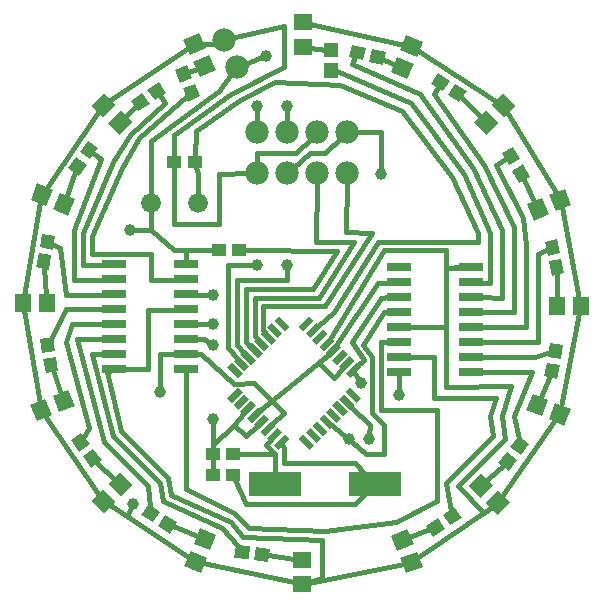
<source format=gtl>
G04 MADE WITH FRITZING*
G04 WWW.FRITZING.ORG*
G04 DOUBLE SIDED*
G04 HOLES PLATED*
G04 CONTOUR ON CENTER OF CONTOUR VECTOR*
%ASAXBY*%
%FSLAX23Y23*%
%MOIN*%
%OFA0B0*%
%SFA1.0B1.0*%
%ADD10C,0.039370*%
%ADD11C,0.078000*%
%ADD12C,0.066000*%
%ADD13R,0.047244X0.043307*%
%ADD14R,0.177165X0.078740*%
%ADD15R,0.055118X0.059055*%
%ADD16R,0.059055X0.055118*%
%ADD17R,0.080000X0.026000*%
%ADD18C,0.016000*%
%LNCOPPER1*%
G90*
G70*
G54D10*
X729Y641D03*
X464Y355D03*
X906Y1851D03*
X975Y1684D03*
X877Y1684D03*
X975Y1152D03*
X877Y1152D03*
X454Y1271D03*
X552Y729D03*
X1349Y719D03*
X1251Y572D03*
X1182Y572D03*
X729Y1054D03*
X729Y956D03*
X1224Y759D03*
X729Y887D03*
X1290Y1458D03*
G54D11*
X877Y1595D03*
X977Y1595D03*
X1077Y1595D03*
X1177Y1595D03*
X877Y1459D03*
X977Y1459D03*
X1077Y1459D03*
X1177Y1459D03*
X808Y1812D03*
X767Y1903D03*
G54D12*
X523Y1359D03*
X680Y1359D03*
X523Y1359D03*
X680Y1359D03*
G54D13*
X749Y1202D03*
X816Y1202D03*
G54D14*
X936Y424D03*
X1271Y424D03*
G54D15*
X1956Y1016D03*
X1875Y1016D03*
G54D13*
X729Y523D03*
X796Y523D03*
X729Y454D03*
X796Y454D03*
G54D16*
X1025Y89D03*
X1025Y170D03*
G54D17*
X399Y1155D03*
X399Y1105D03*
X399Y1055D03*
X399Y1005D03*
X399Y955D03*
X399Y905D03*
X399Y855D03*
X399Y805D03*
X641Y805D03*
X641Y855D03*
X641Y905D03*
X641Y955D03*
X641Y1005D03*
X641Y1055D03*
X641Y1105D03*
X641Y1155D03*
X1591Y796D03*
X1591Y846D03*
X1591Y896D03*
X1591Y946D03*
X1591Y996D03*
X1591Y1046D03*
X1591Y1096D03*
X1591Y1146D03*
X1349Y1146D03*
X1349Y1096D03*
X1349Y1046D03*
X1349Y996D03*
X1349Y946D03*
X1349Y896D03*
X1349Y846D03*
X1349Y796D03*
G54D15*
X95Y1026D03*
X176Y1026D03*
G54D16*
X1028Y1962D03*
X1028Y1881D03*
G54D13*
X601Y1497D03*
X668Y1497D03*
G54D18*
X641Y406D02*
X641Y797D01*
D02*
X444Y316D02*
X457Y343D01*
D02*
X386Y352D02*
X444Y316D01*
D02*
X729Y539D02*
X729Y627D01*
D02*
X966Y660D02*
X927Y622D01*
D02*
X926Y700D02*
X966Y660D01*
D02*
X729Y552D02*
X798Y621D01*
D02*
X729Y539D02*
X729Y552D01*
D02*
X798Y621D02*
X834Y660D01*
D02*
X1300Y523D02*
X1300Y621D01*
D02*
X1241Y523D02*
X1300Y523D01*
D02*
X1300Y621D02*
X1260Y660D01*
D02*
X1260Y660D02*
X1260Y848D01*
D02*
X1260Y848D02*
X1231Y886D01*
D02*
X1231Y886D02*
X1300Y995D01*
D02*
X1300Y995D02*
X1315Y995D01*
D02*
X1192Y563D02*
X1241Y523D01*
D02*
X1290Y1595D02*
X1290Y1471D01*
D02*
X1201Y1595D02*
X1290Y1595D01*
D02*
X976Y1671D02*
X976Y1620D01*
D02*
X877Y1670D02*
X877Y1620D01*
D02*
X831Y1821D02*
X894Y1846D01*
D02*
X779Y878D02*
X779Y1152D01*
D02*
X812Y839D02*
X779Y878D01*
D02*
X779Y1152D02*
X863Y1152D01*
D02*
X606Y856D02*
X552Y857D01*
D02*
X552Y857D02*
X552Y743D01*
D02*
X523Y1270D02*
X467Y1270D01*
D02*
X975Y1103D02*
X975Y1139D01*
D02*
X809Y1103D02*
X975Y1103D01*
D02*
X834Y861D02*
X809Y887D01*
D02*
X809Y887D02*
X809Y1103D01*
D02*
X716Y1054D02*
X675Y1054D01*
D02*
X1349Y788D02*
X1349Y733D01*
D02*
X1291Y897D02*
X1315Y897D01*
D02*
X1291Y670D02*
X1291Y897D01*
D02*
X1477Y670D02*
X1291Y670D01*
D02*
X1477Y366D02*
X1477Y670D01*
D02*
X1340Y295D02*
X1477Y366D01*
D02*
X1103Y266D02*
X1340Y295D01*
D02*
X848Y276D02*
X1103Y266D01*
D02*
X799Y325D02*
X848Y276D01*
D02*
X641Y406D02*
X799Y325D01*
D02*
X1108Y630D02*
X1113Y631D01*
D02*
X1113Y631D02*
X1172Y580D01*
D02*
X675Y955D02*
X716Y955D01*
D02*
X1252Y621D02*
X1251Y585D01*
D02*
X1188Y683D02*
X1191Y680D01*
D02*
X1191Y680D02*
X1252Y621D01*
D02*
X1200Y798D02*
X1217Y770D01*
D02*
X699Y907D02*
X675Y906D01*
D02*
X718Y894D02*
X699Y907D01*
D02*
X1192Y896D02*
X1232Y838D01*
D02*
X1232Y838D02*
X1211Y816D01*
D02*
X1315Y1045D02*
X1290Y1044D01*
D02*
X1290Y1044D02*
X1192Y896D01*
D02*
X926Y700D02*
X884Y665D01*
D02*
X798Y758D02*
X867Y759D01*
D02*
X690Y857D02*
X798Y758D01*
D02*
X675Y856D02*
X690Y857D01*
D02*
X867Y759D02*
X926Y700D01*
D02*
X838Y582D02*
X798Y621D01*
D02*
X877Y617D02*
X838Y582D01*
D02*
X798Y621D02*
X834Y660D01*
D02*
X1083Y828D02*
X1116Y856D01*
D02*
X1133Y778D02*
X1083Y828D01*
D02*
X1115Y857D02*
X985Y749D01*
D02*
X985Y749D02*
X884Y665D01*
D02*
X1162Y810D02*
X1133Y778D01*
D02*
X936Y523D02*
X814Y523D01*
D02*
X936Y458D02*
X936Y523D01*
D02*
X838Y355D02*
X803Y438D01*
D02*
X1202Y355D02*
X838Y355D01*
D02*
X1237Y390D02*
X1202Y355D01*
D02*
X1202Y493D02*
X966Y493D01*
D02*
X966Y493D02*
X965Y543D01*
D02*
X965Y543D02*
X960Y557D01*
D02*
X907Y552D02*
X923Y571D01*
D02*
X937Y522D02*
X907Y552D01*
D02*
X1237Y458D02*
X1202Y493D01*
D02*
X936Y458D02*
X937Y522D01*
D02*
X1614Y1261D02*
X1614Y1231D01*
D02*
X1133Y996D02*
X1078Y949D01*
D02*
X1281Y1231D02*
X1133Y996D01*
D02*
X1614Y1231D02*
X1281Y1231D01*
D02*
X1526Y1448D02*
X1614Y1261D01*
D02*
X1507Y1202D02*
X1300Y1202D01*
D02*
X1300Y1202D02*
X1119Y908D01*
D02*
X1507Y1142D02*
X1507Y1202D01*
D02*
X1005Y1527D02*
X877Y1527D01*
D02*
X877Y1527D02*
X877Y1483D01*
D02*
X1059Y1578D02*
X1005Y1527D01*
D02*
X818Y1703D02*
X937Y1763D01*
D02*
X1359Y1665D02*
X1526Y1448D01*
D02*
X937Y1763D02*
X1152Y1753D01*
D02*
X748Y1458D02*
X852Y1459D01*
D02*
X601Y1290D02*
X750Y1290D01*
D02*
X750Y1290D02*
X748Y1458D01*
D02*
X601Y1481D02*
X601Y1290D01*
D02*
X1152Y1753D02*
X1359Y1665D01*
D02*
X672Y1599D02*
X818Y1703D01*
D02*
X669Y1513D02*
X672Y1599D01*
D02*
X868Y1044D02*
X1083Y1044D01*
D02*
X1083Y1044D02*
X1201Y1230D01*
D02*
X1201Y1230D02*
X1073Y1230D01*
D02*
X1073Y1230D02*
X1076Y1434D01*
D02*
X896Y936D02*
X896Y1015D01*
D02*
X868Y916D02*
X868Y1044D01*
D02*
X896Y1015D02*
X1103Y1015D01*
D02*
X1103Y1015D02*
X1261Y1261D01*
D02*
X1261Y1261D02*
X1172Y1262D01*
D02*
X902Y929D02*
X896Y936D01*
D02*
X1172Y1262D02*
X1176Y1434D01*
D02*
X1315Y1094D02*
X1281Y1093D01*
D02*
X1281Y1093D02*
X1141Y886D01*
D02*
X878Y906D02*
X868Y916D01*
D02*
X1053Y1527D02*
X1103Y1527D01*
D02*
X1103Y1527D02*
X1159Y1579D01*
D02*
X995Y1475D02*
X1053Y1527D01*
D02*
X838Y1074D02*
X1064Y1074D01*
D02*
X1064Y1074D02*
X1142Y1201D01*
D02*
X1142Y1201D02*
X837Y1202D01*
D02*
X838Y897D02*
X838Y1074D01*
D02*
X855Y882D02*
X838Y897D01*
D02*
X837Y1202D02*
X834Y1202D01*
D02*
X642Y1202D02*
X731Y1202D01*
D02*
X640Y1202D02*
X642Y1202D01*
D02*
X1664Y583D02*
X1654Y650D01*
D02*
X1654Y650D02*
X1674Y710D01*
D02*
X1674Y710D02*
X1466Y710D01*
D02*
X1466Y710D02*
X1466Y848D01*
D02*
X1506Y425D02*
X1664Y583D01*
D02*
X1466Y848D02*
X1384Y846D01*
D02*
X1389Y1693D02*
X1566Y1458D01*
D02*
X1566Y1458D02*
X1654Y1261D01*
D02*
X1654Y1261D02*
X1654Y1093D01*
D02*
X1654Y1093D02*
X1626Y1094D01*
D02*
X1694Y1043D02*
X1626Y1045D01*
D02*
X1694Y1271D02*
X1694Y1043D01*
D02*
X1596Y1478D02*
X1694Y1271D01*
D02*
X1419Y1724D02*
X1596Y1478D01*
D02*
X1734Y995D02*
X1626Y996D01*
D02*
X1734Y1281D02*
X1734Y995D01*
D02*
X1634Y1488D02*
X1734Y1281D01*
D02*
X1772Y1221D02*
X1772Y945D01*
D02*
X1734Y650D02*
X1792Y798D01*
D02*
X1792Y798D02*
X1626Y796D01*
D02*
X1802Y848D02*
X1854Y862D01*
D02*
X1772Y945D02*
X1626Y946D01*
D02*
X1812Y895D02*
X1626Y896D01*
D02*
X1144Y1801D02*
X1389Y1693D01*
D02*
X1139Y1801D02*
X1144Y1801D01*
D02*
X1192Y1822D02*
X1419Y1724D01*
D02*
X1204Y1846D02*
X1192Y1822D01*
D02*
X1466Y1724D02*
X1634Y1488D01*
D02*
X1480Y1748D02*
X1466Y1724D01*
D02*
X1762Y1311D02*
X1772Y1221D01*
D02*
X1674Y1488D02*
X1762Y1311D01*
D02*
X1709Y1509D02*
X1674Y1488D01*
D02*
X1812Y1191D02*
X1812Y895D01*
D02*
X1846Y1205D02*
X1812Y1191D01*
D02*
X1626Y846D02*
X1802Y848D01*
D02*
X1749Y573D02*
X1734Y650D01*
D02*
X1523Y333D02*
X1506Y425D01*
D02*
X729Y470D02*
X729Y506D01*
D02*
X1094Y237D02*
X828Y247D01*
D02*
X828Y247D02*
X788Y295D01*
D02*
X1094Y110D02*
X1094Y237D01*
D02*
X591Y385D02*
X581Y443D01*
D02*
X788Y295D02*
X591Y385D01*
D02*
X581Y443D02*
X423Y600D01*
D02*
X376Y798D02*
X399Y805D01*
D02*
X423Y600D02*
X376Y798D01*
D02*
X1049Y97D02*
X1094Y110D01*
D02*
X1507Y1142D02*
X1557Y1144D01*
D02*
X1506Y748D02*
X1507Y1142D01*
D02*
X1704Y573D02*
X1694Y650D01*
D02*
X1694Y650D02*
X1724Y749D01*
D02*
X1724Y749D02*
X1506Y748D01*
D02*
X1546Y415D02*
X1704Y573D01*
D02*
X1634Y325D02*
X1546Y415D01*
D02*
X1661Y347D02*
X1634Y325D01*
D02*
X1506Y945D02*
X1506Y1143D01*
D02*
X1384Y946D02*
X1506Y945D01*
D02*
X1506Y1143D02*
X1557Y1145D01*
D02*
X513Y1002D02*
X513Y806D01*
D02*
X606Y1004D02*
X513Y1002D01*
D02*
X513Y806D02*
X433Y805D01*
D02*
X746Y1890D02*
X748Y1891D01*
D02*
X748Y1891D02*
X693Y1890D01*
D02*
X523Y1103D02*
X523Y1191D01*
D02*
X326Y1191D02*
X326Y1251D01*
D02*
X523Y1191D02*
X326Y1191D01*
D02*
X483Y1576D02*
X644Y1717D01*
D02*
X425Y1478D02*
X483Y1576D01*
D02*
X326Y1251D02*
X425Y1478D01*
D02*
X606Y1104D02*
X523Y1103D01*
D02*
X758Y277D02*
X812Y215D01*
D02*
X563Y365D02*
X758Y277D01*
D02*
X553Y425D02*
X563Y365D01*
D02*
X396Y583D02*
X553Y425D01*
D02*
X513Y415D02*
X366Y563D01*
D02*
X366Y563D02*
X275Y905D01*
D02*
X238Y895D02*
X258Y955D01*
D02*
X296Y1261D02*
X295Y1153D01*
D02*
X326Y858D02*
X396Y583D01*
D02*
X275Y905D02*
X364Y905D01*
D02*
X258Y955D02*
X364Y955D01*
D02*
X295Y1153D02*
X364Y1154D01*
D02*
X265Y1103D02*
X364Y1104D01*
D02*
X238Y1005D02*
X364Y1005D01*
D02*
X238Y1053D02*
X364Y1054D01*
D02*
X364Y856D02*
X326Y858D01*
D02*
X520Y346D02*
X513Y415D01*
D02*
X315Y610D02*
X238Y895D01*
D02*
X296Y578D02*
X315Y610D01*
D02*
X188Y907D02*
X238Y1005D01*
D02*
X218Y1211D02*
X238Y1053D01*
D02*
X193Y1223D02*
X218Y1211D01*
D02*
X266Y1270D02*
X265Y1103D01*
D02*
X356Y1506D02*
X266Y1270D01*
D02*
X329Y1526D02*
X356Y1506D01*
D02*
X396Y1496D02*
X296Y1261D01*
D02*
X453Y1586D02*
X396Y1496D01*
D02*
X571Y1693D02*
X453Y1586D01*
D02*
X552Y1720D02*
X571Y1693D01*
D02*
X523Y1270D02*
X523Y1338D01*
D02*
X601Y1202D02*
X523Y1270D01*
D02*
X640Y1202D02*
X601Y1202D01*
D02*
X641Y1162D02*
X640Y1202D01*
D02*
X750Y1733D02*
X793Y1792D01*
D02*
X522Y1566D02*
X750Y1733D01*
D02*
X523Y1380D02*
X522Y1566D01*
D02*
X681Y1458D02*
X673Y1481D01*
D02*
X680Y1380D02*
X681Y1458D01*
D02*
X601Y1585D02*
X601Y1513D01*
D02*
X788Y1723D02*
X601Y1585D01*
D02*
X966Y1812D02*
X788Y1723D01*
D02*
X966Y1950D02*
X966Y1812D01*
D02*
X790Y1909D02*
X966Y1950D01*
D02*
X1001Y95D02*
X696Y159D01*
D02*
X1001Y173D02*
X912Y185D01*
D02*
X703Y239D02*
X596Y282D01*
D02*
X703Y239D02*
X703Y239D01*
D02*
X404Y438D02*
X340Y496D01*
D02*
X224Y723D02*
X195Y803D01*
D02*
X174Y1050D02*
X167Y1147D01*
D02*
X99Y1002D02*
X153Y694D01*
D02*
X171Y649D02*
X351Y385D01*
D02*
X386Y352D02*
X652Y177D01*
D02*
X1660Y348D02*
X1411Y175D01*
D02*
X1623Y419D02*
X1623Y419D01*
D02*
X1699Y486D02*
X1623Y419D01*
D02*
X1383Y245D02*
X1454Y272D01*
D02*
X437Y1646D02*
X474Y1683D01*
D02*
X678Y1808D02*
X647Y1796D01*
D02*
X647Y1876D02*
X384Y1699D01*
D02*
X350Y1666D02*
X172Y1407D01*
D02*
X154Y1363D02*
X99Y1050D01*
D02*
X271Y1464D02*
X241Y1378D01*
D02*
X1852Y784D02*
X1820Y708D01*
D02*
X1367Y157D02*
X1049Y94D01*
D02*
X1951Y992D02*
X1890Y680D01*
D02*
X1875Y1128D02*
X1875Y1040D01*
D02*
X1694Y382D02*
X1871Y635D01*
D02*
X1052Y1957D02*
X1367Y1888D01*
D02*
X1052Y1878D02*
X1107Y1871D01*
D02*
X1338Y1819D02*
X1294Y1839D01*
D02*
X1411Y1870D02*
X1677Y1698D01*
D02*
X1711Y1664D02*
X1875Y1390D01*
D02*
X1623Y1646D02*
X1556Y1713D01*
D02*
X1803Y1360D02*
X1764Y1442D01*
D02*
X1892Y1345D02*
X1951Y1040D01*
G36*
X1848Y639D02*
X1871Y693D01*
X1922Y672D01*
X1899Y618D01*
X1848Y639D01*
G37*
D02*
G36*
X1774Y670D02*
X1796Y724D01*
X1847Y703D01*
X1825Y649D01*
X1774Y670D01*
G37*
D02*
G36*
X1640Y360D02*
X1681Y402D01*
X1720Y363D01*
X1679Y321D01*
X1640Y360D01*
G37*
D02*
G36*
X1583Y417D02*
X1624Y459D01*
X1663Y420D01*
X1622Y378D01*
X1583Y417D01*
G37*
D02*
G36*
X1353Y176D02*
X1408Y198D01*
X1429Y147D01*
X1374Y125D01*
X1353Y176D01*
G37*
D02*
G36*
X1322Y250D02*
X1377Y273D01*
X1398Y222D01*
X1343Y199D01*
X1322Y250D01*
G37*
D02*
G36*
X1519Y285D02*
X1495Y321D01*
X1534Y347D01*
X1558Y311D01*
X1519Y285D01*
G37*
D02*
G36*
X1464Y247D02*
X1439Y283D01*
X1478Y310D01*
X1503Y274D01*
X1464Y247D01*
G37*
D02*
G36*
X1756Y520D02*
X1721Y546D01*
X1750Y584D01*
X1784Y558D01*
X1756Y520D01*
G37*
D02*
G36*
X1716Y467D02*
X1681Y493D01*
X1710Y530D01*
X1744Y504D01*
X1716Y467D01*
G37*
D02*
G36*
X1888Y840D02*
X1846Y848D01*
X1854Y894D01*
X1896Y887D01*
X1888Y840D01*
G37*
D02*
G36*
X1877Y774D02*
X1834Y782D01*
X1842Y828D01*
X1885Y821D01*
X1877Y774D01*
G37*
D02*
G36*
X1887Y1193D02*
X1845Y1184D01*
X1835Y1230D01*
X1877Y1239D01*
X1887Y1193D01*
G37*
D02*
G36*
X1901Y1127D02*
X1859Y1118D01*
X1849Y1165D01*
X1891Y1174D01*
X1901Y1127D01*
G37*
D02*
G36*
X1754Y1506D02*
X1716Y1485D01*
X1693Y1527D01*
X1731Y1548D01*
X1754Y1506D01*
G37*
D02*
G36*
X1786Y1448D02*
X1748Y1427D01*
X1725Y1468D01*
X1763Y1489D01*
X1786Y1448D01*
G37*
D02*
G36*
X1519Y1768D02*
X1495Y1732D01*
X1456Y1757D01*
X1479Y1794D01*
X1519Y1768D01*
G37*
D02*
G36*
X1575Y1732D02*
X1551Y1695D01*
X1512Y1721D01*
X1535Y1757D01*
X1575Y1732D01*
G37*
D02*
G36*
X1873Y1332D02*
X1851Y1386D01*
X1902Y1407D01*
X1924Y1353D01*
X1873Y1332D01*
G37*
D02*
G36*
X1799Y1301D02*
X1776Y1355D01*
X1827Y1376D01*
X1850Y1322D01*
X1799Y1301D01*
G37*
D02*
G36*
X1699Y1645D02*
X1658Y1687D01*
X1697Y1726D01*
X1738Y1683D01*
X1699Y1645D01*
G37*
D02*
G36*
X1641Y1588D02*
X1600Y1630D01*
X1639Y1669D01*
X1681Y1627D01*
X1641Y1588D01*
G37*
D02*
G36*
X1408Y1847D02*
X1353Y1869D01*
X1374Y1920D01*
X1429Y1897D01*
X1408Y1847D01*
G37*
D02*
G36*
X1377Y1772D02*
X1322Y1795D01*
X1343Y1845D01*
X1398Y1823D01*
X1377Y1772D01*
G37*
D02*
G36*
X812Y745D02*
X828Y729D01*
X792Y694D01*
X777Y709D01*
X812Y745D01*
G37*
D02*
G36*
X834Y722D02*
X850Y707D01*
X815Y671D01*
X799Y687D01*
X834Y722D01*
G37*
D02*
G36*
X857Y700D02*
X872Y685D01*
X837Y649D01*
X821Y665D01*
X857Y700D01*
G37*
D02*
G36*
X879Y678D02*
X895Y662D01*
X859Y627D01*
X844Y642D01*
X879Y678D01*
G37*
D02*
G36*
X901Y656D02*
X917Y640D01*
X882Y605D01*
X866Y620D01*
X901Y656D01*
G37*
D02*
G36*
X924Y633D02*
X939Y618D01*
X904Y582D01*
X888Y598D01*
X924Y633D01*
G37*
D02*
G36*
X946Y611D02*
X961Y595D01*
X926Y560D01*
X910Y576D01*
X946Y611D01*
G37*
D02*
G36*
X968Y589D02*
X984Y573D01*
X948Y538D01*
X933Y553D01*
X968Y589D01*
G37*
D02*
G36*
X1031Y589D02*
X1067Y553D01*
X1051Y538D01*
X1016Y573D01*
X1031Y589D01*
G37*
D02*
G36*
X1054Y611D02*
X1089Y576D01*
X1073Y560D01*
X1038Y595D01*
X1054Y611D01*
G37*
D02*
G36*
X1076Y633D02*
X1111Y598D01*
X1096Y582D01*
X1060Y618D01*
X1076Y633D01*
G37*
D02*
G36*
X1098Y656D02*
X1134Y620D01*
X1118Y605D01*
X1083Y640D01*
X1098Y656D01*
G37*
D02*
G36*
X1121Y678D02*
X1156Y642D01*
X1140Y627D01*
X1105Y662D01*
X1121Y678D01*
G37*
D02*
G36*
X1143Y700D02*
X1178Y665D01*
X1163Y649D01*
X1127Y685D01*
X1143Y700D01*
G37*
D02*
G36*
X1165Y722D02*
X1200Y687D01*
X1185Y671D01*
X1149Y707D01*
X1165Y722D01*
G37*
D02*
G36*
X1187Y745D02*
X1223Y709D01*
X1207Y694D01*
X1172Y729D01*
X1187Y745D01*
G37*
D02*
G36*
X1207Y828D02*
X1223Y812D01*
X1187Y777D01*
X1172Y792D01*
X1207Y828D01*
G37*
D02*
G36*
X1185Y850D02*
X1200Y834D01*
X1165Y799D01*
X1149Y815D01*
X1185Y850D01*
G37*
D02*
G36*
X1163Y872D02*
X1178Y857D01*
X1143Y821D01*
X1127Y837D01*
X1163Y872D01*
G37*
D02*
G36*
X1140Y895D02*
X1156Y879D01*
X1121Y844D01*
X1105Y859D01*
X1140Y895D01*
G37*
D02*
G36*
X1118Y917D02*
X1134Y901D01*
X1098Y866D01*
X1083Y881D01*
X1118Y917D01*
G37*
D02*
G36*
X1096Y939D02*
X1111Y924D01*
X1076Y888D01*
X1060Y904D01*
X1096Y939D01*
G37*
D02*
G36*
X1073Y961D02*
X1089Y946D01*
X1054Y910D01*
X1038Y926D01*
X1073Y961D01*
G37*
D02*
G36*
X1051Y984D02*
X1067Y968D01*
X1031Y933D01*
X1016Y948D01*
X1051Y984D01*
G37*
D02*
G36*
X948Y984D02*
X984Y948D01*
X968Y933D01*
X933Y968D01*
X948Y984D01*
G37*
D02*
G36*
X926Y961D02*
X961Y926D01*
X946Y910D01*
X910Y946D01*
X926Y961D01*
G37*
D02*
G36*
X904Y939D02*
X939Y904D01*
X924Y888D01*
X888Y924D01*
X904Y939D01*
G37*
D02*
G36*
X882Y917D02*
X917Y881D01*
X901Y866D01*
X866Y901D01*
X882Y917D01*
G37*
D02*
G36*
X859Y895D02*
X895Y859D01*
X879Y844D01*
X844Y879D01*
X859Y895D01*
G37*
D02*
G36*
X837Y872D02*
X872Y837D01*
X857Y821D01*
X821Y857D01*
X837Y872D01*
G37*
D02*
G36*
X815Y850D02*
X850Y815D01*
X834Y799D01*
X799Y834D01*
X815Y850D01*
G37*
D02*
G36*
X792Y828D02*
X828Y792D01*
X812Y777D01*
X777Y812D01*
X792Y828D01*
G37*
D02*
G36*
X554Y331D02*
X531Y295D01*
X491Y320D01*
X515Y357D01*
X554Y331D01*
G37*
D02*
G36*
X610Y295D02*
X587Y258D01*
X547Y284D01*
X571Y320D01*
X610Y295D01*
G37*
D02*
G36*
X854Y215D02*
X848Y172D01*
X801Y178D01*
X807Y221D01*
X854Y215D01*
G37*
D02*
G36*
X920Y205D02*
X914Y163D01*
X867Y169D01*
X873Y212D01*
X920Y205D01*
G37*
D02*
G36*
X203Y867D02*
X161Y860D01*
X153Y906D01*
X196Y914D01*
X203Y867D01*
G37*
D02*
G36*
X214Y801D02*
X172Y794D01*
X164Y840D01*
X207Y848D01*
X214Y801D01*
G37*
D02*
G36*
X319Y556D02*
X284Y531D01*
X256Y569D01*
X291Y594D01*
X319Y556D01*
G37*
D02*
G36*
X358Y502D02*
X323Y477D01*
X295Y515D01*
X330Y540D01*
X358Y502D01*
G37*
D02*
G36*
X195Y1204D02*
X152Y1212D01*
X161Y1258D01*
X204Y1250D01*
X195Y1204D01*
G37*
D02*
G36*
X182Y1138D02*
X140Y1146D01*
X149Y1193D01*
X191Y1185D01*
X182Y1138D01*
G37*
D02*
G36*
X655Y201D02*
X710Y178D01*
X689Y127D01*
X634Y150D01*
X655Y201D01*
G37*
D02*
G36*
X686Y275D02*
X741Y253D01*
X720Y202D01*
X665Y224D01*
X686Y275D01*
G37*
D02*
G36*
X171Y708D02*
X194Y653D01*
X143Y632D01*
X120Y686D01*
X171Y708D01*
G37*
D02*
G36*
X246Y738D02*
X268Y684D01*
X217Y663D01*
X195Y717D01*
X246Y738D01*
G37*
D02*
G36*
X364Y405D02*
X405Y364D01*
X366Y325D01*
X325Y366D01*
X364Y405D01*
G37*
D02*
G36*
X421Y462D02*
X463Y421D01*
X424Y382D01*
X382Y423D01*
X421Y462D01*
G37*
D02*
G36*
X404Y1687D02*
X362Y1645D01*
X323Y1684D01*
X365Y1726D01*
X404Y1687D01*
G37*
D02*
G36*
X461Y1630D02*
X419Y1588D01*
X380Y1627D01*
X422Y1669D01*
X461Y1630D01*
G37*
D02*
G36*
X195Y1403D02*
X172Y1349D01*
X122Y1370D01*
X144Y1425D01*
X195Y1403D01*
G37*
D02*
G36*
X270Y1373D02*
X247Y1318D01*
X196Y1339D01*
X219Y1394D01*
X270Y1373D01*
G37*
D02*
G36*
X320Y1505D02*
X285Y1529D01*
X312Y1568D01*
X347Y1543D01*
X320Y1505D01*
G37*
D02*
G36*
X282Y1450D02*
X246Y1475D01*
X273Y1513D01*
X309Y1488D01*
X282Y1450D01*
G37*
D02*
G36*
X535Y1702D02*
X511Y1738D01*
X550Y1764D01*
X574Y1728D01*
X535Y1702D01*
G37*
D02*
G36*
X479Y1665D02*
X455Y1700D01*
X494Y1727D01*
X518Y1691D01*
X479Y1665D01*
G37*
D02*
G36*
X705Y1877D02*
X652Y1852D01*
X629Y1902D01*
X683Y1927D01*
X705Y1877D01*
G37*
D02*
G36*
X739Y1803D02*
X685Y1779D01*
X662Y1829D01*
X716Y1853D01*
X739Y1803D01*
G37*
D02*
G36*
X628Y1742D02*
X668Y1758D01*
X686Y1715D01*
X646Y1698D01*
X628Y1742D01*
G37*
D02*
G36*
X602Y1804D02*
X642Y1820D01*
X661Y1776D01*
X621Y1760D01*
X602Y1804D01*
G37*
D02*
G36*
X1101Y1826D02*
X1145Y1826D01*
X1145Y1778D01*
X1101Y1778D01*
X1101Y1826D01*
G37*
D02*
G36*
X1101Y1893D02*
X1145Y1893D01*
X1145Y1845D01*
X1101Y1845D01*
X1101Y1893D01*
G37*
D02*
G36*
X1239Y1877D02*
X1230Y1835D01*
X1184Y1845D01*
X1193Y1887D01*
X1239Y1877D01*
G37*
D02*
G36*
X1305Y1863D02*
X1296Y1821D01*
X1249Y1831D01*
X1258Y1873D01*
X1305Y1863D01*
G37*
D02*
G04 End of Copper1*
M02*
</source>
